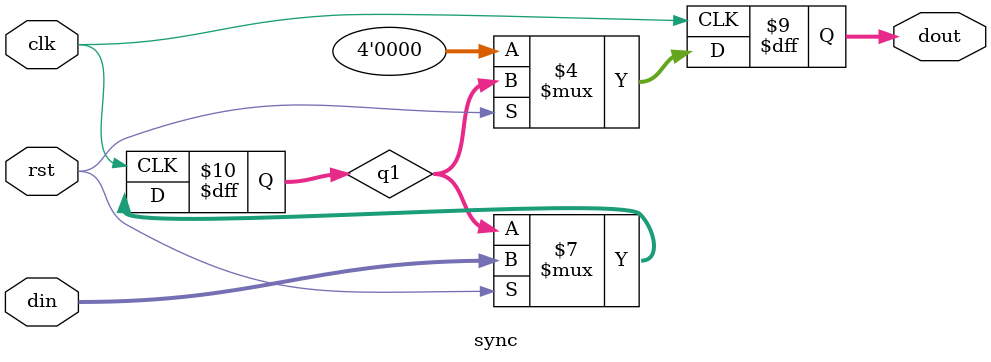
<source format=v>
module sync #(parameter width = 3)(
  input clk,
  input rst,
  input [width: 0] din,
  output reg [width: 0] dout
);
  
  reg [width: 0] q1;
  
  always@(posedge clk) begin
    if(!rst) dout <= 0;
    else begin
      q1 <= din;
      dout <= q1;
    end
  end
  
endmodule

</source>
